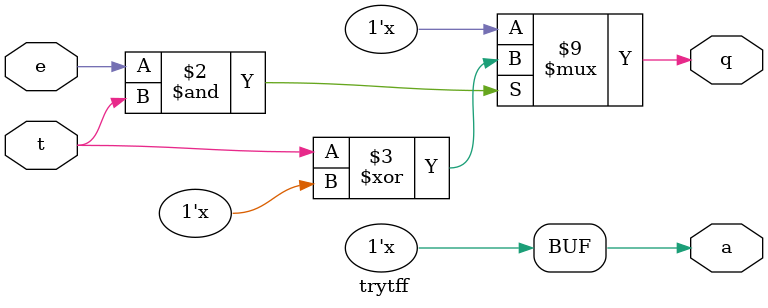
<source format=v>
module trytff(t,e,q,a);
  input t,e;
  output q,a;
  reg q,a;
  
  initial q=0;
  initial a=0;

  always@(t or e)
    begin 
     if(e & t)
       begin 
         q <= t^a;
         a <= q;
       end
     else
       q <= q;
    end
endmodule



</source>
